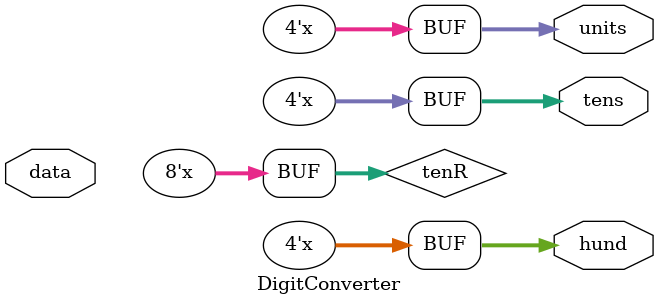
<source format=v>
`timescale 1ns / 1ps


module DigitConverter(
    
    input [7:0] data, 
    output reg[3:0] hund,
    output reg[3:0] tens,
    output reg[3:0] units
    );
    
    reg [7:0]temp;
    reg [7:0]TenAndUnit;
    reg [7:0]hundredR;
    reg [7:0]tenR;
    reg [7:0]unitR;
    
    always@(*) begin//purely combinational
    //get hundreds
        hundredR <= data/100;
        hund <= hundredR[3:0];//reduce it size 
        
    //get tens
        TenAndUnit<=data%100;
        tenR <= TenAndUnit/10;
        tens <= tenR[3:0];
    //get units
        unitR <= data%10;
        units <= unitR[3:0];
    end


    
endmodule

</source>
